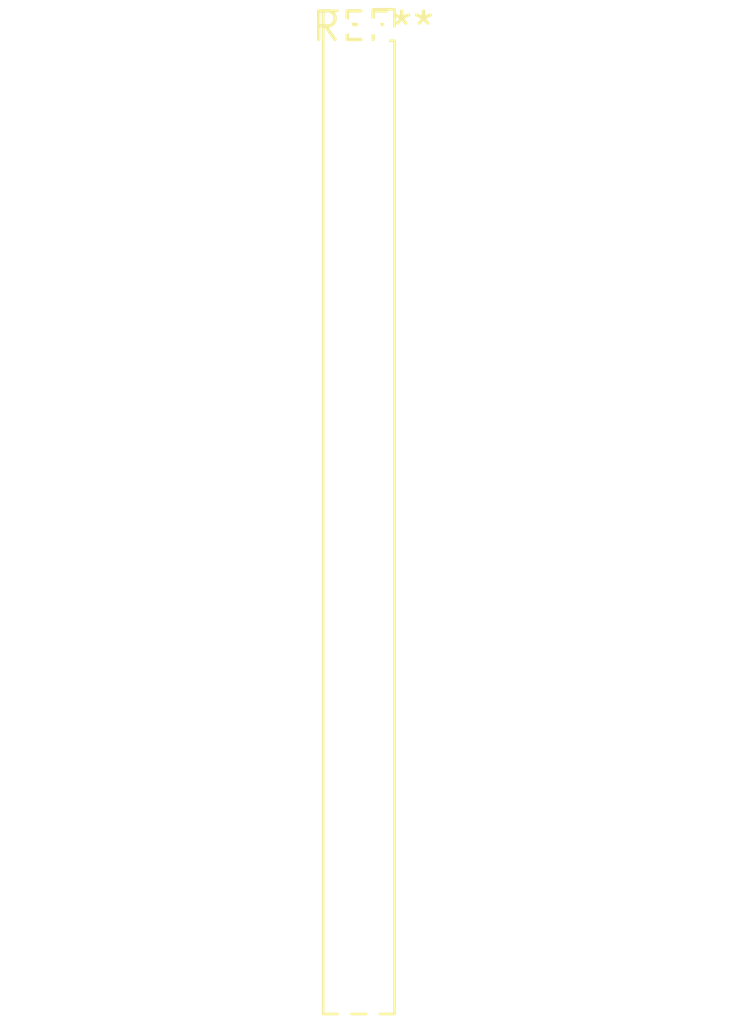
<source format=kicad_pcb>
(kicad_pcb (version 20240108) (generator pcbnew)
  (layers (0 "F.Cu" signal) (31 "B.Cu" signal) (34 "B.Paste" user) (35 "F.Paste" user) (36 "B.SilkS" user "B.Silkscreen") (37 "F.SilkS" user "F.Silkscreen") (38 "B.Mask" user) (39 "F.Mask" user) (44 "Edge.Cuts" user))
  (net 0 "")
  (footprint "PinSocket_2x35_P1.27mm_Vertical" (layer "F.Cu") (at 0 0)
    (property "Reference" "REF**")
    (property "Value" "PinSocket_2x35_P1.27mm_Vertical")
    (fp_line (start -2.22 -0.695) (end -2.22 43.875) (layer "F.SilkS") (stroke (width 0.12)))
    (fp_line (start -2.22 -0.695) (end -1.57753 -0.695) (layer "F.SilkS") (stroke (width 0.12)))
    (fp_line (start -2.22 43.875) (end -1.57753 43.875) (layer "F.SilkS") (stroke (width 0.12)))
    (fp_line (start -0.96247 -0.695) (end -0.76 -0.695) (layer "F.SilkS") (stroke (width 0.12)))
    (fp_line (start -0.96247 43.875) (end -0.30753 43.875) (layer "F.SilkS") (stroke (width 0.12)))
    (fp_line (start 0 -0.76) (end 0.95 -0.76) (layer "F.SilkS") (stroke (width 0.12)))
    (fp_line (start 0.30753 43.875) (end 0.95 43.875) (layer "F.SilkS") (stroke (width 0.12)))
    (fp_line (start 0.76 0.635) (end 0.95 0.635) (layer "F.SilkS") (stroke (width 0.12)))
    (fp_line (start 0.95 -0.76) (end 0.95 0) (layer "F.SilkS") (stroke (width 0.12)))
    (fp_line (start 0.95 0.635) (end 0.95 43.875) (layer "F.SilkS") (stroke (width 0.12)))
    (pad "1" thru_hole rect (at 0 0) (size 1 1) (drill 0.7) (layers *.Cu *.Mask) (remove_unused_layers))
    (pad "2" thru_hole oval (at -1.27 0) (size 1 1) (drill 0.7) (layers *.Cu *.Mask) (remove_unused_layers))
    (pad "3" thru_hole oval (at 0 1.27) (size 1 1) (drill 0.7) (layers *.Cu *.Mask) (remove_unused_layers))
    (pad "4" thru_hole oval (at -1.27 1.27) (size 1 1) (drill 0.7) (layers *.Cu *.Mask) (remove_unused_layers))
    (pad "5" thru_hole oval (at 0 2.54) (size 1 1) (drill 0.7) (layers *.Cu *.Mask) (remove_unused_layers))
    (pad "6" thru_hole oval (at -1.27 2.54) (size 1 1) (drill 0.7) (layers *.Cu *.Mask) (remove_unused_layers))
    (pad "7" thru_hole oval (at 0 3.81) (size 1 1) (drill 0.7) (layers *.Cu *.Mask) (remove_unused_layers))
    (pad "8" thru_hole oval (at -1.27 3.81) (size 1 1) (drill 0.7) (layers *.Cu *.Mask) (remove_unused_layers))
    (pad "9" thru_hole oval (at 0 5.08) (size 1 1) (drill 0.7) (layers *.Cu *.Mask) (remove_unused_layers))
    (pad "10" thru_hole oval (at -1.27 5.08) (size 1 1) (drill 0.7) (layers *.Cu *.Mask) (remove_unused_layers))
    (pad "11" thru_hole oval (at 0 6.35) (size 1 1) (drill 0.7) (layers *.Cu *.Mask) (remove_unused_layers))
    (pad "12" thru_hole oval (at -1.27 6.35) (size 1 1) (drill 0.7) (layers *.Cu *.Mask) (remove_unused_layers))
    (pad "13" thru_hole oval (at 0 7.62) (size 1 1) (drill 0.7) (layers *.Cu *.Mask) (remove_unused_layers))
    (pad "14" thru_hole oval (at -1.27 7.62) (size 1 1) (drill 0.7) (layers *.Cu *.Mask) (remove_unused_layers))
    (pad "15" thru_hole oval (at 0 8.89) (size 1 1) (drill 0.7) (layers *.Cu *.Mask) (remove_unused_layers))
    (pad "16" thru_hole oval (at -1.27 8.89) (size 1 1) (drill 0.7) (layers *.Cu *.Mask) (remove_unused_layers))
    (pad "17" thru_hole oval (at 0 10.16) (size 1 1) (drill 0.7) (layers *.Cu *.Mask) (remove_unused_layers))
    (pad "18" thru_hole oval (at -1.27 10.16) (size 1 1) (drill 0.7) (layers *.Cu *.Mask) (remove_unused_layers))
    (pad "19" thru_hole oval (at 0 11.43) (size 1 1) (drill 0.7) (layers *.Cu *.Mask) (remove_unused_layers))
    (pad "20" thru_hole oval (at -1.27 11.43) (size 1 1) (drill 0.7) (layers *.Cu *.Mask) (remove_unused_layers))
    (pad "21" thru_hole oval (at 0 12.7) (size 1 1) (drill 0.7) (layers *.Cu *.Mask) (remove_unused_layers))
    (pad "22" thru_hole oval (at -1.27 12.7) (size 1 1) (drill 0.7) (layers *.Cu *.Mask) (remove_unused_layers))
    (pad "23" thru_hole oval (at 0 13.97) (size 1 1) (drill 0.7) (layers *.Cu *.Mask) (remove_unused_layers))
    (pad "24" thru_hole oval (at -1.27 13.97) (size 1 1) (drill 0.7) (layers *.Cu *.Mask) (remove_unused_layers))
    (pad "25" thru_hole oval (at 0 15.24) (size 1 1) (drill 0.7) (layers *.Cu *.Mask) (remove_unused_layers))
    (pad "26" thru_hole oval (at -1.27 15.24) (size 1 1) (drill 0.7) (layers *.Cu *.Mask) (remove_unused_layers))
    (pad "27" thru_hole oval (at 0 16.51) (size 1 1) (drill 0.7) (layers *.Cu *.Mask) (remove_unused_layers))
    (pad "28" thru_hole oval (at -1.27 16.51) (size 1 1) (drill 0.7) (layers *.Cu *.Mask) (remove_unused_layers))
    (pad "29" thru_hole oval (at 0 17.78) (size 1 1) (drill 0.7) (layers *.Cu *.Mask) (remove_unused_layers))
    (pad "30" thru_hole oval (at -1.27 17.78) (size 1 1) (drill 0.7) (layers *.Cu *.Mask) (remove_unused_layers))
    (pad "31" thru_hole oval (at 0 19.05) (size 1 1) (drill 0.7) (layers *.Cu *.Mask) (remove_unused_layers))
    (pad "32" thru_hole oval (at -1.27 19.05) (size 1 1) (drill 0.7) (layers *.Cu *.Mask) (remove_unused_layers))
    (pad "33" thru_hole oval (at 0 20.32) (size 1 1) (drill 0.7) (layers *.Cu *.Mask) (remove_unused_layers))
    (pad "34" thru_hole oval (at -1.27 20.32) (size 1 1) (drill 0.7) (layers *.Cu *.Mask) (remove_unused_layers))
    (pad "35" thru_hole oval (at 0 21.59) (size 1 1) (drill 0.7) (layers *.Cu *.Mask) (remove_unused_layers))
    (pad "36" thru_hole oval (at -1.27 21.59) (size 1 1) (drill 0.7) (layers *.Cu *.Mask) (remove_unused_layers))
    (pad "37" thru_hole oval (at 0 22.86) (size 1 1) (drill 0.7) (layers *.Cu *.Mask) (remove_unused_layers))
    (pad "38" thru_hole oval (at -1.27 22.86) (size 1 1) (drill 0.7) (layers *.Cu *.Mask) (remove_unused_layers))
    (pad "39" thru_hole oval (at 0 24.13) (size 1 1) (drill 0.7) (layers *.Cu *.Mask) (remove_unused_layers))
    (pad "40" thru_hole oval (at -1.27 24.13) (size 1 1) (drill 0.7) (layers *.Cu *.Mask) (remove_unused_layers))
    (pad "41" thru_hole oval (at 0 25.4) (size 1 1) (drill 0.7) (layers *.Cu *.Mask) (remove_unused_layers))
    (pad "42" thru_hole oval (at -1.27 25.4) (size 1 1) (drill 0.7) (layers *.Cu *.Mask) (remove_unused_layers))
    (pad "43" thru_hole oval (at 0 26.67) (size 1 1) (drill 0.7) (layers *.Cu *.Mask) (remove_unused_layers))
    (pad "44" thru_hole oval (at -1.27 26.67) (size 1 1) (drill 0.7) (layers *.Cu *.Mask) (remove_unused_layers))
    (pad "45" thru_hole oval (at 0 27.94) (size 1 1) (drill 0.7) (layers *.Cu *.Mask) (remove_unused_layers))
    (pad "46" thru_hole oval (at -1.27 27.94) (size 1 1) (drill 0.7) (layers *.Cu *.Mask) (remove_unused_layers))
    (pad "47" thru_hole oval (at 0 29.21) (size 1 1) (drill 0.7) (layers *.Cu *.Mask) (remove_unused_layers))
    (pad "48" thru_hole oval (at -1.27 29.21) (size 1 1) (drill 0.7) (layers *.Cu *.Mask) (remove_unused_layers))
    (pad "49" thru_hole oval (at 0 30.48) (size 1 1) (drill 0.7) (layers *.Cu *.Mask) (remove_unused_layers))
    (pad "50" thru_hole oval (at -1.27 30.48) (size 1 1) (drill 0.7) (layers *.Cu *.Mask) (remove_unused_layers))
    (pad "51" thru_hole oval (at 0 31.75) (size 1 1) (drill 0.7) (layers *.Cu *.Mask) (remove_unused_layers))
    (pad "52" thru_hole oval (at -1.27 31.75) (size 1 1) (drill 0.7) (layers *.Cu *.Mask) (remove_unused_layers))
    (pad "53" thru_hole oval (at 0 33.02) (size 1 1) (drill 0.7) (layers *.Cu *.Mask) (remove_unused_layers))
    (pad "54" thru_hole oval (at -1.27 33.02) (size 1 1) (drill 0.7) (layers *.Cu *.Mask) (remove_unused_layers))
    (pad "55" thru_hole oval (at 0 34.29) (size 1 1) (drill 0.7) (layers *.Cu *.Mask) (remove_unused_layers))
    (pad "56" thru_hole oval (at -1.27 34.29) (size 1 1) (drill 0.7) (layers *.Cu *.Mask) (remove_unused_layers))
    (pad "57" thru_hole oval (at 0 35.56) (size 1 1) (drill 0.7) (layers *.Cu *.Mask) (remove_unused_layers))
    (pad "58" thru_hole oval (at -1.27 35.56) (size 1 1) (drill 0.7) (layers *.Cu *.Mask) (remove_unused_layers))
    (pad "59" thru_hole oval (at 0 36.83) (size 1 1) (drill 0.7) (layers *.Cu *.Mask) (remove_unused_layers))
    (pad "60" thru_hole oval (at -1.27 36.83) (size 1 1) (drill 0.7) (layers *.Cu *.Mask) (remove_unused_layers))
    (pad "61" thru_hole oval (at 0 38.1) (size 1 1) (drill 0.7) (layers *.Cu *.Mask) (remove_unused_layers))
    (pad "62" thru_hole oval (at -1.27 38.1) (size 1 1) (drill 0.7) (layers *.Cu *.Mask) (remove_unused_layers))
    (pad "63" thru_hole oval (at 0 39.37) (size 1 1) (drill 0.7) (layers *.Cu *.Mask) (remove_unused_layers))
    (pad "64" thru_hole oval (at -1.27 39.37) (size 1 1) (drill 0.7) (layers *.Cu *.Mask) (remove_unused_layers))
    (pad "65" thru_hole oval (at 0 40.64) (size 1 1) (drill 0.7) (layers *.Cu *.Mask) (remove_unused_layers))
    (pad "66" thru_hole oval (at -1.27 40.64) (size 1 1) (drill 0.7) (layers *.Cu *.Mask) (remove_unused_layers))
    (pad "67" thru_hole oval (at 0 41.91) (size 1 1) (drill 0.7) (layers *.Cu *.Mask) (remove_unused_layers))
    (pad "68" thru_hole oval (at -1.27 41.91) (size 1 1) (drill 0.7) (layers *.Cu *.Mask) (remove_unused_layers))
    (pad "69" thru_hole oval (at 0 43.18) (size 1 1) (drill 0.7) (layers *.Cu *.Mask) (remove_unused_layers))
    (pad "70" thru_hole oval (at -1.27 43.18) (size 1 1) (drill 0.7) (layers *.Cu *.Mask) (remove_unused_layers))
  )
)
</source>
